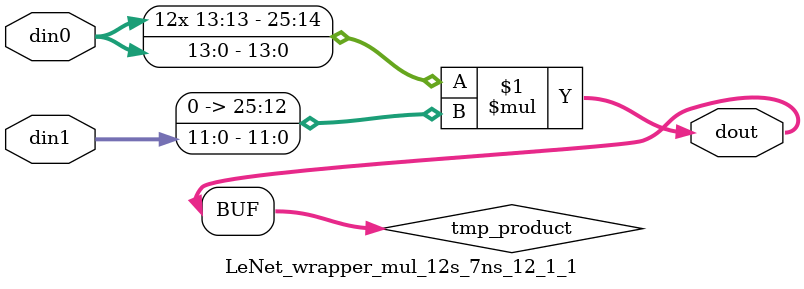
<source format=v>

`timescale 1 ns / 1 ps

  module LeNet_wrapper_mul_12s_7ns_12_1_1(din0, din1, dout);
parameter ID = 1;
parameter NUM_STAGE = 0;
parameter din0_WIDTH = 14;
parameter din1_WIDTH = 12;
parameter dout_WIDTH = 26;

input [din0_WIDTH - 1 : 0] din0; 
input [din1_WIDTH - 1 : 0] din1; 
output [dout_WIDTH - 1 : 0] dout;

wire signed [dout_WIDTH - 1 : 0] tmp_product;












assign tmp_product = $signed(din0) * $signed({1'b0, din1});









assign dout = tmp_product;







endmodule

</source>
